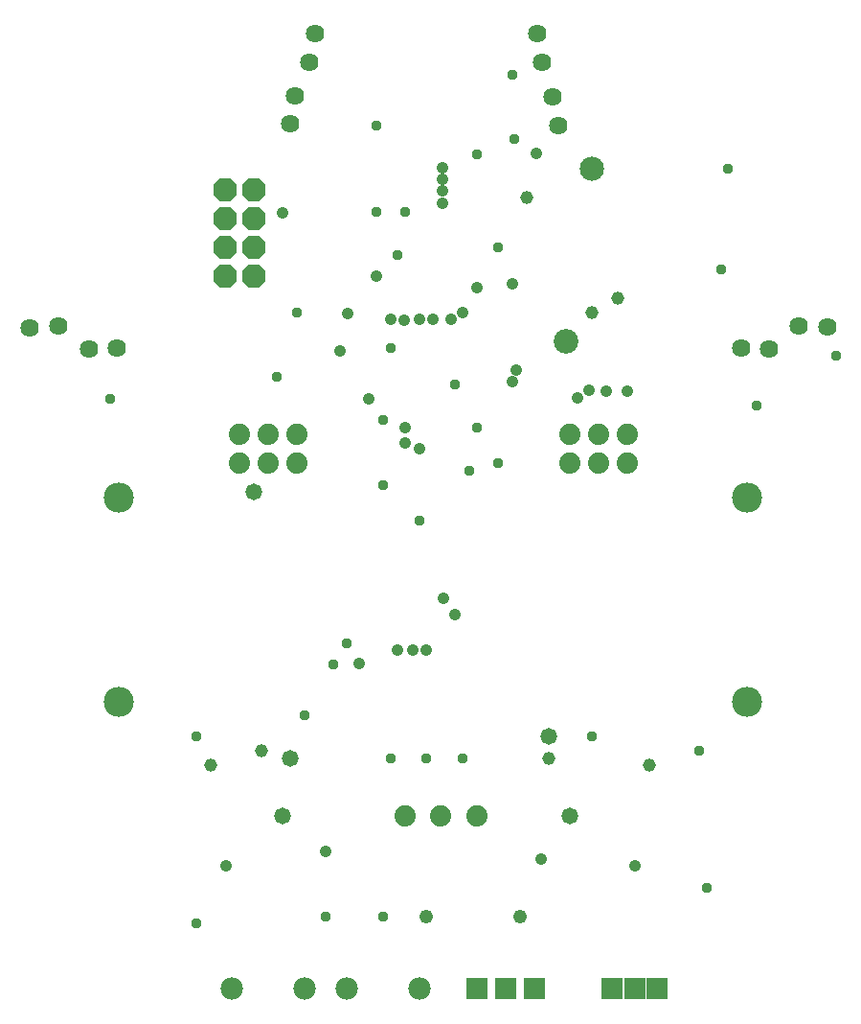
<source format=gbr>
G04 EAGLE Gerber RS-274X export*
G75*
%MOMM*%
%FSLAX34Y34*%
%LPD*%
%INSoldermask Bottom*%
%IPPOS*%
%AMOC8*
5,1,8,0,0,1.08239X$1,22.5*%
G01*
%ADD10C,2.667000*%
%ADD11C,1.981200*%
%ADD12P,2.254402X8X112.500000*%
%ADD13C,1.625600*%
%ADD14R,1.879600X1.879600*%
%ADD15C,1.879600*%
%ADD16C,0.959600*%
%ADD17C,1.159600*%
%ADD18C,2.146300*%
%ADD19C,1.209600*%
%ADD20C,2.184400*%
%ADD21C,1.059600*%
%ADD22C,1.478200*%


D10*
X-125730Y331470D03*
X-125730Y151130D03*
X429260Y331470D03*
X429260Y151130D03*
D11*
X38850Y-101600D03*
X-26150Y-101600D03*
X140450Y-101600D03*
X75450Y-101600D03*
D12*
X-6350Y527050D03*
X-31750Y527050D03*
X-6350Y552450D03*
X-31750Y552450D03*
X-6350Y577850D03*
X-31750Y577850D03*
X-6350Y603250D03*
X-31750Y603250D03*
D13*
X-204459Y482029D03*
X-179094Y483358D03*
X43137Y716520D03*
X47547Y741534D03*
X244112Y741496D03*
X248522Y716481D03*
X475008Y483491D03*
X500373Y482162D03*
D14*
X350200Y-101600D03*
X330200Y-101600D03*
X310200Y-101600D03*
D15*
X31750Y361950D03*
X31750Y387350D03*
X6350Y361950D03*
X6350Y387350D03*
X-19050Y361950D03*
X-19050Y387350D03*
X323850Y361950D03*
X323850Y387350D03*
X298450Y361950D03*
X298450Y387350D03*
X273050Y361950D03*
X273050Y387350D03*
X127000Y50800D03*
X158750Y50800D03*
X190500Y50800D03*
D13*
X-127017Y464215D03*
X-152383Y462885D03*
X30145Y686877D03*
X25735Y661863D03*
X449563Y462885D03*
X424197Y464215D03*
X262555Y660593D03*
X258145Y685607D03*
D14*
X215900Y-101600D03*
X241300Y-101600D03*
X190500Y-101600D03*
D16*
X393700Y-12700D03*
X387350Y107950D03*
X292100Y120650D03*
X114300Y101600D03*
X146050Y101600D03*
X177800Y101600D03*
X107950Y-38100D03*
X57150Y-38100D03*
X-57150Y-44450D03*
X-57150Y120650D03*
X38100Y139700D03*
X-133350Y419100D03*
X101600Y660400D03*
X223746Y648520D03*
X412750Y622300D03*
X406400Y533400D03*
X438150Y412750D03*
X184150Y355600D03*
X209550Y361950D03*
X140180Y311150D03*
X107950Y342900D03*
X190500Y393700D03*
X107950Y400050D03*
X14196Y438150D03*
X31750Y495300D03*
X101600Y584200D03*
X127000Y584200D03*
X120650Y546100D03*
X114300Y463550D03*
X190500Y635000D03*
D17*
X234950Y596900D03*
D16*
X209550Y552450D03*
D17*
X292100Y495300D03*
D18*
X292100Y622300D03*
D19*
X146050Y-38100D03*
X228600Y-38100D03*
D16*
X171450Y431800D03*
D17*
X254000Y101600D03*
X342900Y95250D03*
X0Y107950D03*
X-44450Y95250D03*
D16*
X222250Y704850D03*
X508000Y457200D03*
D20*
X269240Y469900D03*
D17*
X314960Y508000D03*
D21*
X101600Y527050D03*
X222250Y520700D03*
X160290Y623026D03*
X160290Y612938D03*
X160290Y602850D03*
X160290Y591284D03*
X19050Y583074D03*
X127000Y393700D03*
X120650Y196850D03*
X127783Y380217D03*
X134133Y196850D03*
X139700Y374650D03*
X146050Y196850D03*
X177800Y495300D03*
X225334Y444500D03*
X289560Y426430D03*
X279400Y420080D03*
X222250Y434412D03*
X168029Y488950D03*
X151934Y489416D03*
X161290Y242570D03*
X114300Y488950D03*
D16*
X75720Y203200D03*
D21*
X139700Y488950D03*
X171450Y228600D03*
X86360Y185420D03*
X95250Y419100D03*
X69850Y461420D03*
X76200Y494574D03*
X304800Y425450D03*
X323850Y425450D03*
X243296Y636027D03*
X190500Y517616D03*
X126928Y488672D03*
D16*
X63500Y184150D03*
D21*
X57150Y19050D03*
X-31121Y6979D03*
D22*
X19050Y50800D03*
X25400Y101600D03*
X-6350Y336550D03*
D21*
X247650Y12700D03*
X330200Y6350D03*
D22*
X254000Y120650D03*
X273050Y50800D03*
M02*

</source>
